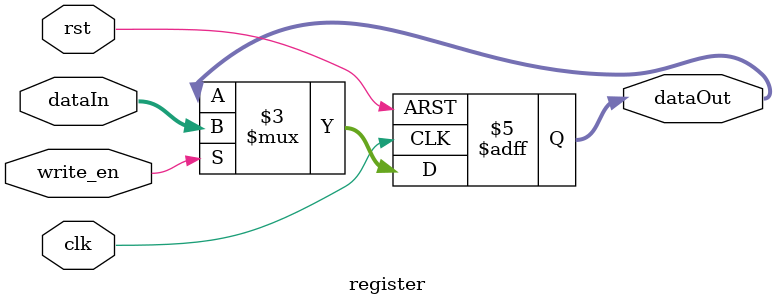
<source format=v>
module register
#(parameter width = 16) //default size
(
	input [width-1:0] dataIn,
	input write_en,
	input rst,
	input clk,
	output reg [width-1:0] dataOut
);


always @(posedge clk or negedge rst)
begin
	if(~rst)
		dataOut <= 0;
	else if (write_en)
		dataOut <= dataIn;
end


endmodule
</source>
